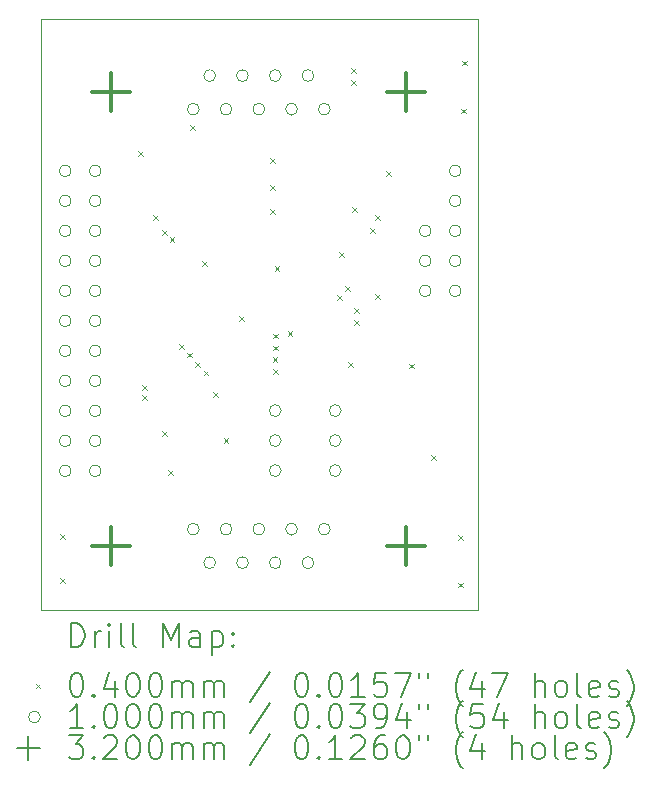
<source format=gbr>
%TF.GenerationSoftware,KiCad,Pcbnew,7.0.10-7.0.10~ubuntu23.10.1*%
%TF.CreationDate,2024-03-11T19:26:47+01:00*%
%TF.ProjectId,peripherialModule,70657269-7068-4657-9269-616c4d6f6475,rev?*%
%TF.SameCoordinates,Original*%
%TF.FileFunction,Drillmap*%
%TF.FilePolarity,Positive*%
%FSLAX45Y45*%
G04 Gerber Fmt 4.5, Leading zero omitted, Abs format (unit mm)*
G04 Created by KiCad (PCBNEW 7.0.10-7.0.10~ubuntu23.10.1) date 2024-03-11 19:26:47*
%MOMM*%
%LPD*%
G01*
G04 APERTURE LIST*
%ADD10C,0.100000*%
%ADD11C,0.200000*%
%ADD12C,0.320000*%
G04 APERTURE END LIST*
D10*
X19860300Y-5715000D02*
X23558500Y-5715000D01*
X23558500Y-10715000D01*
X19860300Y-10715000D01*
X19860300Y-5715000D01*
D11*
D10*
X20020600Y-10073960D02*
X20060600Y-10113960D01*
X20060600Y-10073960D02*
X20020600Y-10113960D01*
X20020600Y-10444800D02*
X20060600Y-10484800D01*
X20060600Y-10444800D02*
X20020600Y-10484800D01*
X20681000Y-6832920D02*
X20721000Y-6872920D01*
X20721000Y-6832920D02*
X20681000Y-6872920D01*
X20716560Y-8814120D02*
X20756560Y-8854120D01*
X20756560Y-8814120D02*
X20716560Y-8854120D01*
X20716560Y-8900480D02*
X20756560Y-8940480D01*
X20756560Y-8900480D02*
X20716560Y-8940480D01*
X20813080Y-7376480D02*
X20853080Y-7416480D01*
X20853080Y-7376480D02*
X20813080Y-7416480D01*
X20884200Y-9200200D02*
X20924200Y-9240200D01*
X20924200Y-9200200D02*
X20884200Y-9240200D01*
X20889280Y-7503480D02*
X20929280Y-7543480D01*
X20929280Y-7503480D02*
X20889280Y-7543480D01*
X20935000Y-9530400D02*
X20975000Y-9570400D01*
X20975000Y-9530400D02*
X20935000Y-9570400D01*
X20949384Y-7563584D02*
X20989384Y-7603584D01*
X20989384Y-7563584D02*
X20949384Y-7603584D01*
X21029131Y-8468831D02*
X21069131Y-8508831D01*
X21069131Y-8468831D02*
X21029131Y-8508831D01*
X21099842Y-8539542D02*
X21139842Y-8579542D01*
X21139842Y-8539542D02*
X21099842Y-8579542D01*
X21121690Y-6610800D02*
X21161690Y-6650800D01*
X21161690Y-6610800D02*
X21121690Y-6650800D01*
X21169008Y-8619783D02*
X21209008Y-8659783D01*
X21209008Y-8619783D02*
X21169008Y-8659783D01*
X21227100Y-7765100D02*
X21267100Y-7805100D01*
X21267100Y-7765100D02*
X21227100Y-7805100D01*
X21238418Y-8691766D02*
X21278418Y-8731766D01*
X21278418Y-8691766D02*
X21238418Y-8731766D01*
X21316000Y-8870000D02*
X21356000Y-8910000D01*
X21356000Y-8870000D02*
X21316000Y-8910000D01*
X21407440Y-9261160D02*
X21447440Y-9301160D01*
X21447440Y-9261160D02*
X21407440Y-9301160D01*
X21537500Y-8229400D02*
X21577500Y-8269400D01*
X21577500Y-8229400D02*
X21537500Y-8269400D01*
X21798600Y-6888800D02*
X21838600Y-6928800D01*
X21838600Y-6888800D02*
X21798600Y-6928800D01*
X21798600Y-7117400D02*
X21838600Y-7157400D01*
X21838600Y-7117400D02*
X21798600Y-7157400D01*
X21798600Y-7320600D02*
X21838600Y-7360600D01*
X21838600Y-7320600D02*
X21798600Y-7360600D01*
X21823585Y-8578521D02*
X21863585Y-8618521D01*
X21863585Y-8578521D02*
X21823585Y-8618521D01*
X21823740Y-8378613D02*
X21863740Y-8418613D01*
X21863740Y-8378613D02*
X21823740Y-8418613D01*
X21824055Y-8678520D02*
X21864055Y-8718520D01*
X21864055Y-8678520D02*
X21824055Y-8718520D01*
X21827834Y-8478530D02*
X21867834Y-8518530D01*
X21867834Y-8478530D02*
X21827834Y-8518530D01*
X21839240Y-7808280D02*
X21879240Y-7848280D01*
X21879240Y-7808280D02*
X21839240Y-7848280D01*
X21948400Y-8359400D02*
X21988400Y-8399400D01*
X21988400Y-8359400D02*
X21948400Y-8399400D01*
X22368868Y-8049400D02*
X22408868Y-8089400D01*
X22408868Y-8049400D02*
X22368868Y-8089400D01*
X22382800Y-7686360D02*
X22422800Y-7726360D01*
X22422800Y-7686360D02*
X22382800Y-7726360D01*
X22438680Y-7976900D02*
X22478680Y-8016900D01*
X22478680Y-7976900D02*
X22438680Y-8016900D01*
X22459000Y-8616000D02*
X22499000Y-8656000D01*
X22499000Y-8616000D02*
X22459000Y-8656000D01*
X22484400Y-6126800D02*
X22524400Y-6166800D01*
X22524400Y-6126800D02*
X22484400Y-6166800D01*
X22484400Y-6228400D02*
X22524400Y-6268400D01*
X22524400Y-6228400D02*
X22484400Y-6268400D01*
X22493290Y-7309300D02*
X22533290Y-7349300D01*
X22533290Y-7309300D02*
X22493290Y-7349300D01*
X22509800Y-8158800D02*
X22549800Y-8198800D01*
X22549800Y-8158800D02*
X22509800Y-8198800D01*
X22509800Y-8260400D02*
X22549800Y-8300400D01*
X22549800Y-8260400D02*
X22509800Y-8300400D01*
X22645690Y-7487100D02*
X22685690Y-7527100D01*
X22685690Y-7487100D02*
X22645690Y-7527100D01*
X22687600Y-7371400D02*
X22727600Y-7411400D01*
X22727600Y-7371400D02*
X22687600Y-7411400D01*
X22687600Y-8044500D02*
X22727600Y-8084500D01*
X22727600Y-8044500D02*
X22687600Y-8084500D01*
X22785390Y-7004500D02*
X22825390Y-7044500D01*
X22825390Y-7004500D02*
X22785390Y-7044500D01*
X22977160Y-8631240D02*
X23017160Y-8671240D01*
X23017160Y-8631240D02*
X22977160Y-8671240D01*
X23165120Y-9403400D02*
X23205120Y-9443400D01*
X23205120Y-9403400D02*
X23165120Y-9443400D01*
X23393720Y-10084120D02*
X23433720Y-10124120D01*
X23433720Y-10084120D02*
X23393720Y-10124120D01*
X23393720Y-10485440D02*
X23433720Y-10525440D01*
X23433720Y-10485440D02*
X23393720Y-10525440D01*
X23419120Y-6472240D02*
X23459120Y-6512240D01*
X23459120Y-6472240D02*
X23419120Y-6512240D01*
X23424200Y-6065840D02*
X23464200Y-6105840D01*
X23464200Y-6065840D02*
X23424200Y-6105840D01*
X20116000Y-7000000D02*
G75*
G03*
X20016000Y-7000000I-50000J0D01*
G01*
X20016000Y-7000000D02*
G75*
G03*
X20116000Y-7000000I50000J0D01*
G01*
X20116000Y-7254000D02*
G75*
G03*
X20016000Y-7254000I-50000J0D01*
G01*
X20016000Y-7254000D02*
G75*
G03*
X20116000Y-7254000I50000J0D01*
G01*
X20116000Y-7508000D02*
G75*
G03*
X20016000Y-7508000I-50000J0D01*
G01*
X20016000Y-7508000D02*
G75*
G03*
X20116000Y-7508000I50000J0D01*
G01*
X20116000Y-7762000D02*
G75*
G03*
X20016000Y-7762000I-50000J0D01*
G01*
X20016000Y-7762000D02*
G75*
G03*
X20116000Y-7762000I50000J0D01*
G01*
X20116000Y-8016000D02*
G75*
G03*
X20016000Y-8016000I-50000J0D01*
G01*
X20016000Y-8016000D02*
G75*
G03*
X20116000Y-8016000I50000J0D01*
G01*
X20116000Y-8270000D02*
G75*
G03*
X20016000Y-8270000I-50000J0D01*
G01*
X20016000Y-8270000D02*
G75*
G03*
X20116000Y-8270000I50000J0D01*
G01*
X20116000Y-8524000D02*
G75*
G03*
X20016000Y-8524000I-50000J0D01*
G01*
X20016000Y-8524000D02*
G75*
G03*
X20116000Y-8524000I50000J0D01*
G01*
X20116000Y-8778000D02*
G75*
G03*
X20016000Y-8778000I-50000J0D01*
G01*
X20016000Y-8778000D02*
G75*
G03*
X20116000Y-8778000I50000J0D01*
G01*
X20116000Y-9032000D02*
G75*
G03*
X20016000Y-9032000I-50000J0D01*
G01*
X20016000Y-9032000D02*
G75*
G03*
X20116000Y-9032000I50000J0D01*
G01*
X20116000Y-9286000D02*
G75*
G03*
X20016000Y-9286000I-50000J0D01*
G01*
X20016000Y-9286000D02*
G75*
G03*
X20116000Y-9286000I50000J0D01*
G01*
X20116000Y-9540000D02*
G75*
G03*
X20016000Y-9540000I-50000J0D01*
G01*
X20016000Y-9540000D02*
G75*
G03*
X20116000Y-9540000I50000J0D01*
G01*
X20370000Y-7000000D02*
G75*
G03*
X20270000Y-7000000I-50000J0D01*
G01*
X20270000Y-7000000D02*
G75*
G03*
X20370000Y-7000000I50000J0D01*
G01*
X20370000Y-7254000D02*
G75*
G03*
X20270000Y-7254000I-50000J0D01*
G01*
X20270000Y-7254000D02*
G75*
G03*
X20370000Y-7254000I50000J0D01*
G01*
X20370000Y-7508000D02*
G75*
G03*
X20270000Y-7508000I-50000J0D01*
G01*
X20270000Y-7508000D02*
G75*
G03*
X20370000Y-7508000I50000J0D01*
G01*
X20370000Y-7762000D02*
G75*
G03*
X20270000Y-7762000I-50000J0D01*
G01*
X20270000Y-7762000D02*
G75*
G03*
X20370000Y-7762000I50000J0D01*
G01*
X20370000Y-8016000D02*
G75*
G03*
X20270000Y-8016000I-50000J0D01*
G01*
X20270000Y-8016000D02*
G75*
G03*
X20370000Y-8016000I50000J0D01*
G01*
X20370000Y-8270000D02*
G75*
G03*
X20270000Y-8270000I-50000J0D01*
G01*
X20270000Y-8270000D02*
G75*
G03*
X20370000Y-8270000I50000J0D01*
G01*
X20370000Y-8524000D02*
G75*
G03*
X20270000Y-8524000I-50000J0D01*
G01*
X20270000Y-8524000D02*
G75*
G03*
X20370000Y-8524000I50000J0D01*
G01*
X20370000Y-8778000D02*
G75*
G03*
X20270000Y-8778000I-50000J0D01*
G01*
X20270000Y-8778000D02*
G75*
G03*
X20370000Y-8778000I50000J0D01*
G01*
X20370000Y-9032000D02*
G75*
G03*
X20270000Y-9032000I-50000J0D01*
G01*
X20270000Y-9032000D02*
G75*
G03*
X20370000Y-9032000I50000J0D01*
G01*
X20370000Y-9286000D02*
G75*
G03*
X20270000Y-9286000I-50000J0D01*
G01*
X20270000Y-9286000D02*
G75*
G03*
X20370000Y-9286000I50000J0D01*
G01*
X20370000Y-9540000D02*
G75*
G03*
X20270000Y-9540000I-50000J0D01*
G01*
X20270000Y-9540000D02*
G75*
G03*
X20370000Y-9540000I50000J0D01*
G01*
X21200900Y-6477000D02*
G75*
G03*
X21100900Y-6477000I-50000J0D01*
G01*
X21100900Y-6477000D02*
G75*
G03*
X21200900Y-6477000I50000J0D01*
G01*
X21200900Y-10033000D02*
G75*
G03*
X21100900Y-10033000I-50000J0D01*
G01*
X21100900Y-10033000D02*
G75*
G03*
X21200900Y-10033000I50000J0D01*
G01*
X21339500Y-6193000D02*
G75*
G03*
X21239500Y-6193000I-50000J0D01*
G01*
X21239500Y-6193000D02*
G75*
G03*
X21339500Y-6193000I50000J0D01*
G01*
X21339500Y-10317000D02*
G75*
G03*
X21239500Y-10317000I-50000J0D01*
G01*
X21239500Y-10317000D02*
G75*
G03*
X21339500Y-10317000I50000J0D01*
G01*
X21478100Y-6477000D02*
G75*
G03*
X21378100Y-6477000I-50000J0D01*
G01*
X21378100Y-6477000D02*
G75*
G03*
X21478100Y-6477000I50000J0D01*
G01*
X21478200Y-10033000D02*
G75*
G03*
X21378200Y-10033000I-50000J0D01*
G01*
X21378200Y-10033000D02*
G75*
G03*
X21478200Y-10033000I50000J0D01*
G01*
X21616800Y-6193000D02*
G75*
G03*
X21516800Y-6193000I-50000J0D01*
G01*
X21516800Y-6193000D02*
G75*
G03*
X21616800Y-6193000I50000J0D01*
G01*
X21616800Y-10317000D02*
G75*
G03*
X21516800Y-10317000I-50000J0D01*
G01*
X21516800Y-10317000D02*
G75*
G03*
X21616800Y-10317000I50000J0D01*
G01*
X21755400Y-6477000D02*
G75*
G03*
X21655400Y-6477000I-50000J0D01*
G01*
X21655400Y-6477000D02*
G75*
G03*
X21755400Y-6477000I50000J0D01*
G01*
X21755400Y-10033000D02*
G75*
G03*
X21655400Y-10033000I-50000J0D01*
G01*
X21655400Y-10033000D02*
G75*
G03*
X21755400Y-10033000I50000J0D01*
G01*
X21894000Y-6193000D02*
G75*
G03*
X21794000Y-6193000I-50000J0D01*
G01*
X21794000Y-6193000D02*
G75*
G03*
X21894000Y-6193000I50000J0D01*
G01*
X21894000Y-9029700D02*
G75*
G03*
X21794000Y-9029700I-50000J0D01*
G01*
X21794000Y-9029700D02*
G75*
G03*
X21894000Y-9029700I50000J0D01*
G01*
X21894000Y-9283700D02*
G75*
G03*
X21794000Y-9283700I-50000J0D01*
G01*
X21794000Y-9283700D02*
G75*
G03*
X21894000Y-9283700I50000J0D01*
G01*
X21894000Y-9537700D02*
G75*
G03*
X21794000Y-9537700I-50000J0D01*
G01*
X21794000Y-9537700D02*
G75*
G03*
X21894000Y-9537700I50000J0D01*
G01*
X21894000Y-10317000D02*
G75*
G03*
X21794000Y-10317000I-50000J0D01*
G01*
X21794000Y-10317000D02*
G75*
G03*
X21894000Y-10317000I50000J0D01*
G01*
X22032600Y-6477000D02*
G75*
G03*
X21932600Y-6477000I-50000J0D01*
G01*
X21932600Y-6477000D02*
G75*
G03*
X22032600Y-6477000I50000J0D01*
G01*
X22032700Y-10033000D02*
G75*
G03*
X21932700Y-10033000I-50000J0D01*
G01*
X21932700Y-10033000D02*
G75*
G03*
X22032700Y-10033000I50000J0D01*
G01*
X22171300Y-6193000D02*
G75*
G03*
X22071300Y-6193000I-50000J0D01*
G01*
X22071300Y-6193000D02*
G75*
G03*
X22171300Y-6193000I50000J0D01*
G01*
X22171300Y-10317000D02*
G75*
G03*
X22071300Y-10317000I-50000J0D01*
G01*
X22071300Y-10317000D02*
G75*
G03*
X22171300Y-10317000I50000J0D01*
G01*
X22309900Y-6477000D02*
G75*
G03*
X22209900Y-6477000I-50000J0D01*
G01*
X22209900Y-6477000D02*
G75*
G03*
X22309900Y-6477000I50000J0D01*
G01*
X22309900Y-10033000D02*
G75*
G03*
X22209900Y-10033000I-50000J0D01*
G01*
X22209900Y-10033000D02*
G75*
G03*
X22309900Y-10033000I50000J0D01*
G01*
X22402000Y-9029700D02*
G75*
G03*
X22302000Y-9029700I-50000J0D01*
G01*
X22302000Y-9029700D02*
G75*
G03*
X22402000Y-9029700I50000J0D01*
G01*
X22402000Y-9283700D02*
G75*
G03*
X22302000Y-9283700I-50000J0D01*
G01*
X22302000Y-9283700D02*
G75*
G03*
X22402000Y-9283700I50000J0D01*
G01*
X22402000Y-9537700D02*
G75*
G03*
X22302000Y-9537700I-50000J0D01*
G01*
X22302000Y-9537700D02*
G75*
G03*
X22402000Y-9537700I50000J0D01*
G01*
X23164000Y-7508000D02*
G75*
G03*
X23064000Y-7508000I-50000J0D01*
G01*
X23064000Y-7508000D02*
G75*
G03*
X23164000Y-7508000I50000J0D01*
G01*
X23164000Y-7762000D02*
G75*
G03*
X23064000Y-7762000I-50000J0D01*
G01*
X23064000Y-7762000D02*
G75*
G03*
X23164000Y-7762000I50000J0D01*
G01*
X23164000Y-8016000D02*
G75*
G03*
X23064000Y-8016000I-50000J0D01*
G01*
X23064000Y-8016000D02*
G75*
G03*
X23164000Y-8016000I50000J0D01*
G01*
X23418000Y-7000000D02*
G75*
G03*
X23318000Y-7000000I-50000J0D01*
G01*
X23318000Y-7000000D02*
G75*
G03*
X23418000Y-7000000I50000J0D01*
G01*
X23418000Y-7254000D02*
G75*
G03*
X23318000Y-7254000I-50000J0D01*
G01*
X23318000Y-7254000D02*
G75*
G03*
X23418000Y-7254000I50000J0D01*
G01*
X23418000Y-7508000D02*
G75*
G03*
X23318000Y-7508000I-50000J0D01*
G01*
X23318000Y-7508000D02*
G75*
G03*
X23418000Y-7508000I50000J0D01*
G01*
X23418000Y-7762000D02*
G75*
G03*
X23318000Y-7762000I-50000J0D01*
G01*
X23318000Y-7762000D02*
G75*
G03*
X23418000Y-7762000I50000J0D01*
G01*
X23418000Y-8016000D02*
G75*
G03*
X23318000Y-8016000I-50000J0D01*
G01*
X23318000Y-8016000D02*
G75*
G03*
X23418000Y-8016000I50000J0D01*
G01*
D12*
X20455900Y-6175000D02*
X20455900Y-6495000D01*
X20295900Y-6335000D02*
X20615900Y-6335000D01*
X20455900Y-10015000D02*
X20455900Y-10335000D01*
X20295900Y-10175000D02*
X20615900Y-10175000D01*
X22954900Y-6175000D02*
X22954900Y-6495000D01*
X22794900Y-6335000D02*
X23114900Y-6335000D01*
X22954900Y-10015000D02*
X22954900Y-10335000D01*
X22794900Y-10175000D02*
X23114900Y-10175000D01*
D11*
X20116077Y-11031484D02*
X20116077Y-10831484D01*
X20116077Y-10831484D02*
X20163696Y-10831484D01*
X20163696Y-10831484D02*
X20192267Y-10841008D01*
X20192267Y-10841008D02*
X20211315Y-10860055D01*
X20211315Y-10860055D02*
X20220839Y-10879103D01*
X20220839Y-10879103D02*
X20230363Y-10917198D01*
X20230363Y-10917198D02*
X20230363Y-10945770D01*
X20230363Y-10945770D02*
X20220839Y-10983865D01*
X20220839Y-10983865D02*
X20211315Y-11002912D01*
X20211315Y-11002912D02*
X20192267Y-11021960D01*
X20192267Y-11021960D02*
X20163696Y-11031484D01*
X20163696Y-11031484D02*
X20116077Y-11031484D01*
X20316077Y-11031484D02*
X20316077Y-10898150D01*
X20316077Y-10936246D02*
X20325601Y-10917198D01*
X20325601Y-10917198D02*
X20335124Y-10907674D01*
X20335124Y-10907674D02*
X20354172Y-10898150D01*
X20354172Y-10898150D02*
X20373220Y-10898150D01*
X20439886Y-11031484D02*
X20439886Y-10898150D01*
X20439886Y-10831484D02*
X20430363Y-10841008D01*
X20430363Y-10841008D02*
X20439886Y-10850531D01*
X20439886Y-10850531D02*
X20449410Y-10841008D01*
X20449410Y-10841008D02*
X20439886Y-10831484D01*
X20439886Y-10831484D02*
X20439886Y-10850531D01*
X20563696Y-11031484D02*
X20544648Y-11021960D01*
X20544648Y-11021960D02*
X20535124Y-11002912D01*
X20535124Y-11002912D02*
X20535124Y-10831484D01*
X20668458Y-11031484D02*
X20649410Y-11021960D01*
X20649410Y-11021960D02*
X20639886Y-11002912D01*
X20639886Y-11002912D02*
X20639886Y-10831484D01*
X20897029Y-11031484D02*
X20897029Y-10831484D01*
X20897029Y-10831484D02*
X20963696Y-10974341D01*
X20963696Y-10974341D02*
X21030363Y-10831484D01*
X21030363Y-10831484D02*
X21030363Y-11031484D01*
X21211315Y-11031484D02*
X21211315Y-10926722D01*
X21211315Y-10926722D02*
X21201791Y-10907674D01*
X21201791Y-10907674D02*
X21182744Y-10898150D01*
X21182744Y-10898150D02*
X21144648Y-10898150D01*
X21144648Y-10898150D02*
X21125601Y-10907674D01*
X21211315Y-11021960D02*
X21192267Y-11031484D01*
X21192267Y-11031484D02*
X21144648Y-11031484D01*
X21144648Y-11031484D02*
X21125601Y-11021960D01*
X21125601Y-11021960D02*
X21116077Y-11002912D01*
X21116077Y-11002912D02*
X21116077Y-10983865D01*
X21116077Y-10983865D02*
X21125601Y-10964817D01*
X21125601Y-10964817D02*
X21144648Y-10955293D01*
X21144648Y-10955293D02*
X21192267Y-10955293D01*
X21192267Y-10955293D02*
X21211315Y-10945770D01*
X21306553Y-10898150D02*
X21306553Y-11098150D01*
X21306553Y-10907674D02*
X21325601Y-10898150D01*
X21325601Y-10898150D02*
X21363696Y-10898150D01*
X21363696Y-10898150D02*
X21382744Y-10907674D01*
X21382744Y-10907674D02*
X21392267Y-10917198D01*
X21392267Y-10917198D02*
X21401791Y-10936246D01*
X21401791Y-10936246D02*
X21401791Y-10993389D01*
X21401791Y-10993389D02*
X21392267Y-11012436D01*
X21392267Y-11012436D02*
X21382744Y-11021960D01*
X21382744Y-11021960D02*
X21363696Y-11031484D01*
X21363696Y-11031484D02*
X21325601Y-11031484D01*
X21325601Y-11031484D02*
X21306553Y-11021960D01*
X21487505Y-11012436D02*
X21497029Y-11021960D01*
X21497029Y-11021960D02*
X21487505Y-11031484D01*
X21487505Y-11031484D02*
X21477982Y-11021960D01*
X21477982Y-11021960D02*
X21487505Y-11012436D01*
X21487505Y-11012436D02*
X21487505Y-11031484D01*
X21487505Y-10907674D02*
X21497029Y-10917198D01*
X21497029Y-10917198D02*
X21487505Y-10926722D01*
X21487505Y-10926722D02*
X21477982Y-10917198D01*
X21477982Y-10917198D02*
X21487505Y-10907674D01*
X21487505Y-10907674D02*
X21487505Y-10926722D01*
D10*
X19815300Y-11340000D02*
X19855300Y-11380000D01*
X19855300Y-11340000D02*
X19815300Y-11380000D01*
D11*
X20154172Y-11251484D02*
X20173220Y-11251484D01*
X20173220Y-11251484D02*
X20192267Y-11261008D01*
X20192267Y-11261008D02*
X20201791Y-11270531D01*
X20201791Y-11270531D02*
X20211315Y-11289579D01*
X20211315Y-11289579D02*
X20220839Y-11327674D01*
X20220839Y-11327674D02*
X20220839Y-11375293D01*
X20220839Y-11375293D02*
X20211315Y-11413388D01*
X20211315Y-11413388D02*
X20201791Y-11432436D01*
X20201791Y-11432436D02*
X20192267Y-11441960D01*
X20192267Y-11441960D02*
X20173220Y-11451484D01*
X20173220Y-11451484D02*
X20154172Y-11451484D01*
X20154172Y-11451484D02*
X20135124Y-11441960D01*
X20135124Y-11441960D02*
X20125601Y-11432436D01*
X20125601Y-11432436D02*
X20116077Y-11413388D01*
X20116077Y-11413388D02*
X20106553Y-11375293D01*
X20106553Y-11375293D02*
X20106553Y-11327674D01*
X20106553Y-11327674D02*
X20116077Y-11289579D01*
X20116077Y-11289579D02*
X20125601Y-11270531D01*
X20125601Y-11270531D02*
X20135124Y-11261008D01*
X20135124Y-11261008D02*
X20154172Y-11251484D01*
X20306553Y-11432436D02*
X20316077Y-11441960D01*
X20316077Y-11441960D02*
X20306553Y-11451484D01*
X20306553Y-11451484D02*
X20297029Y-11441960D01*
X20297029Y-11441960D02*
X20306553Y-11432436D01*
X20306553Y-11432436D02*
X20306553Y-11451484D01*
X20487505Y-11318150D02*
X20487505Y-11451484D01*
X20439886Y-11241960D02*
X20392267Y-11384817D01*
X20392267Y-11384817D02*
X20516077Y-11384817D01*
X20630363Y-11251484D02*
X20649410Y-11251484D01*
X20649410Y-11251484D02*
X20668458Y-11261008D01*
X20668458Y-11261008D02*
X20677982Y-11270531D01*
X20677982Y-11270531D02*
X20687505Y-11289579D01*
X20687505Y-11289579D02*
X20697029Y-11327674D01*
X20697029Y-11327674D02*
X20697029Y-11375293D01*
X20697029Y-11375293D02*
X20687505Y-11413388D01*
X20687505Y-11413388D02*
X20677982Y-11432436D01*
X20677982Y-11432436D02*
X20668458Y-11441960D01*
X20668458Y-11441960D02*
X20649410Y-11451484D01*
X20649410Y-11451484D02*
X20630363Y-11451484D01*
X20630363Y-11451484D02*
X20611315Y-11441960D01*
X20611315Y-11441960D02*
X20601791Y-11432436D01*
X20601791Y-11432436D02*
X20592267Y-11413388D01*
X20592267Y-11413388D02*
X20582744Y-11375293D01*
X20582744Y-11375293D02*
X20582744Y-11327674D01*
X20582744Y-11327674D02*
X20592267Y-11289579D01*
X20592267Y-11289579D02*
X20601791Y-11270531D01*
X20601791Y-11270531D02*
X20611315Y-11261008D01*
X20611315Y-11261008D02*
X20630363Y-11251484D01*
X20820839Y-11251484D02*
X20839886Y-11251484D01*
X20839886Y-11251484D02*
X20858934Y-11261008D01*
X20858934Y-11261008D02*
X20868458Y-11270531D01*
X20868458Y-11270531D02*
X20877982Y-11289579D01*
X20877982Y-11289579D02*
X20887505Y-11327674D01*
X20887505Y-11327674D02*
X20887505Y-11375293D01*
X20887505Y-11375293D02*
X20877982Y-11413388D01*
X20877982Y-11413388D02*
X20868458Y-11432436D01*
X20868458Y-11432436D02*
X20858934Y-11441960D01*
X20858934Y-11441960D02*
X20839886Y-11451484D01*
X20839886Y-11451484D02*
X20820839Y-11451484D01*
X20820839Y-11451484D02*
X20801791Y-11441960D01*
X20801791Y-11441960D02*
X20792267Y-11432436D01*
X20792267Y-11432436D02*
X20782744Y-11413388D01*
X20782744Y-11413388D02*
X20773220Y-11375293D01*
X20773220Y-11375293D02*
X20773220Y-11327674D01*
X20773220Y-11327674D02*
X20782744Y-11289579D01*
X20782744Y-11289579D02*
X20792267Y-11270531D01*
X20792267Y-11270531D02*
X20801791Y-11261008D01*
X20801791Y-11261008D02*
X20820839Y-11251484D01*
X20973220Y-11451484D02*
X20973220Y-11318150D01*
X20973220Y-11337198D02*
X20982744Y-11327674D01*
X20982744Y-11327674D02*
X21001791Y-11318150D01*
X21001791Y-11318150D02*
X21030363Y-11318150D01*
X21030363Y-11318150D02*
X21049410Y-11327674D01*
X21049410Y-11327674D02*
X21058934Y-11346722D01*
X21058934Y-11346722D02*
X21058934Y-11451484D01*
X21058934Y-11346722D02*
X21068458Y-11327674D01*
X21068458Y-11327674D02*
X21087505Y-11318150D01*
X21087505Y-11318150D02*
X21116077Y-11318150D01*
X21116077Y-11318150D02*
X21135125Y-11327674D01*
X21135125Y-11327674D02*
X21144648Y-11346722D01*
X21144648Y-11346722D02*
X21144648Y-11451484D01*
X21239886Y-11451484D02*
X21239886Y-11318150D01*
X21239886Y-11337198D02*
X21249410Y-11327674D01*
X21249410Y-11327674D02*
X21268458Y-11318150D01*
X21268458Y-11318150D02*
X21297029Y-11318150D01*
X21297029Y-11318150D02*
X21316077Y-11327674D01*
X21316077Y-11327674D02*
X21325601Y-11346722D01*
X21325601Y-11346722D02*
X21325601Y-11451484D01*
X21325601Y-11346722D02*
X21335125Y-11327674D01*
X21335125Y-11327674D02*
X21354172Y-11318150D01*
X21354172Y-11318150D02*
X21382744Y-11318150D01*
X21382744Y-11318150D02*
X21401791Y-11327674D01*
X21401791Y-11327674D02*
X21411315Y-11346722D01*
X21411315Y-11346722D02*
X21411315Y-11451484D01*
X21801791Y-11241960D02*
X21630363Y-11499103D01*
X22058934Y-11251484D02*
X22077982Y-11251484D01*
X22077982Y-11251484D02*
X22097029Y-11261008D01*
X22097029Y-11261008D02*
X22106553Y-11270531D01*
X22106553Y-11270531D02*
X22116077Y-11289579D01*
X22116077Y-11289579D02*
X22125601Y-11327674D01*
X22125601Y-11327674D02*
X22125601Y-11375293D01*
X22125601Y-11375293D02*
X22116077Y-11413388D01*
X22116077Y-11413388D02*
X22106553Y-11432436D01*
X22106553Y-11432436D02*
X22097029Y-11441960D01*
X22097029Y-11441960D02*
X22077982Y-11451484D01*
X22077982Y-11451484D02*
X22058934Y-11451484D01*
X22058934Y-11451484D02*
X22039887Y-11441960D01*
X22039887Y-11441960D02*
X22030363Y-11432436D01*
X22030363Y-11432436D02*
X22020839Y-11413388D01*
X22020839Y-11413388D02*
X22011315Y-11375293D01*
X22011315Y-11375293D02*
X22011315Y-11327674D01*
X22011315Y-11327674D02*
X22020839Y-11289579D01*
X22020839Y-11289579D02*
X22030363Y-11270531D01*
X22030363Y-11270531D02*
X22039887Y-11261008D01*
X22039887Y-11261008D02*
X22058934Y-11251484D01*
X22211315Y-11432436D02*
X22220839Y-11441960D01*
X22220839Y-11441960D02*
X22211315Y-11451484D01*
X22211315Y-11451484D02*
X22201791Y-11441960D01*
X22201791Y-11441960D02*
X22211315Y-11432436D01*
X22211315Y-11432436D02*
X22211315Y-11451484D01*
X22344648Y-11251484D02*
X22363696Y-11251484D01*
X22363696Y-11251484D02*
X22382744Y-11261008D01*
X22382744Y-11261008D02*
X22392267Y-11270531D01*
X22392267Y-11270531D02*
X22401791Y-11289579D01*
X22401791Y-11289579D02*
X22411315Y-11327674D01*
X22411315Y-11327674D02*
X22411315Y-11375293D01*
X22411315Y-11375293D02*
X22401791Y-11413388D01*
X22401791Y-11413388D02*
X22392267Y-11432436D01*
X22392267Y-11432436D02*
X22382744Y-11441960D01*
X22382744Y-11441960D02*
X22363696Y-11451484D01*
X22363696Y-11451484D02*
X22344648Y-11451484D01*
X22344648Y-11451484D02*
X22325601Y-11441960D01*
X22325601Y-11441960D02*
X22316077Y-11432436D01*
X22316077Y-11432436D02*
X22306553Y-11413388D01*
X22306553Y-11413388D02*
X22297029Y-11375293D01*
X22297029Y-11375293D02*
X22297029Y-11327674D01*
X22297029Y-11327674D02*
X22306553Y-11289579D01*
X22306553Y-11289579D02*
X22316077Y-11270531D01*
X22316077Y-11270531D02*
X22325601Y-11261008D01*
X22325601Y-11261008D02*
X22344648Y-11251484D01*
X22601791Y-11451484D02*
X22487506Y-11451484D01*
X22544648Y-11451484D02*
X22544648Y-11251484D01*
X22544648Y-11251484D02*
X22525601Y-11280055D01*
X22525601Y-11280055D02*
X22506553Y-11299103D01*
X22506553Y-11299103D02*
X22487506Y-11308627D01*
X22782744Y-11251484D02*
X22687506Y-11251484D01*
X22687506Y-11251484D02*
X22677982Y-11346722D01*
X22677982Y-11346722D02*
X22687506Y-11337198D01*
X22687506Y-11337198D02*
X22706553Y-11327674D01*
X22706553Y-11327674D02*
X22754172Y-11327674D01*
X22754172Y-11327674D02*
X22773220Y-11337198D01*
X22773220Y-11337198D02*
X22782744Y-11346722D01*
X22782744Y-11346722D02*
X22792267Y-11365769D01*
X22792267Y-11365769D02*
X22792267Y-11413388D01*
X22792267Y-11413388D02*
X22782744Y-11432436D01*
X22782744Y-11432436D02*
X22773220Y-11441960D01*
X22773220Y-11441960D02*
X22754172Y-11451484D01*
X22754172Y-11451484D02*
X22706553Y-11451484D01*
X22706553Y-11451484D02*
X22687506Y-11441960D01*
X22687506Y-11441960D02*
X22677982Y-11432436D01*
X22858934Y-11251484D02*
X22992267Y-11251484D01*
X22992267Y-11251484D02*
X22906553Y-11451484D01*
X23058934Y-11251484D02*
X23058934Y-11289579D01*
X23135125Y-11251484D02*
X23135125Y-11289579D01*
X23430363Y-11527674D02*
X23420839Y-11518150D01*
X23420839Y-11518150D02*
X23401791Y-11489579D01*
X23401791Y-11489579D02*
X23392268Y-11470531D01*
X23392268Y-11470531D02*
X23382744Y-11441960D01*
X23382744Y-11441960D02*
X23373220Y-11394341D01*
X23373220Y-11394341D02*
X23373220Y-11356246D01*
X23373220Y-11356246D02*
X23382744Y-11308627D01*
X23382744Y-11308627D02*
X23392268Y-11280055D01*
X23392268Y-11280055D02*
X23401791Y-11261008D01*
X23401791Y-11261008D02*
X23420839Y-11232436D01*
X23420839Y-11232436D02*
X23430363Y-11222912D01*
X23592268Y-11318150D02*
X23592268Y-11451484D01*
X23544648Y-11241960D02*
X23497029Y-11384817D01*
X23497029Y-11384817D02*
X23620839Y-11384817D01*
X23677982Y-11251484D02*
X23811315Y-11251484D01*
X23811315Y-11251484D02*
X23725601Y-11451484D01*
X24039887Y-11451484D02*
X24039887Y-11251484D01*
X24125601Y-11451484D02*
X24125601Y-11346722D01*
X24125601Y-11346722D02*
X24116077Y-11327674D01*
X24116077Y-11327674D02*
X24097030Y-11318150D01*
X24097030Y-11318150D02*
X24068458Y-11318150D01*
X24068458Y-11318150D02*
X24049410Y-11327674D01*
X24049410Y-11327674D02*
X24039887Y-11337198D01*
X24249410Y-11451484D02*
X24230363Y-11441960D01*
X24230363Y-11441960D02*
X24220839Y-11432436D01*
X24220839Y-11432436D02*
X24211315Y-11413388D01*
X24211315Y-11413388D02*
X24211315Y-11356246D01*
X24211315Y-11356246D02*
X24220839Y-11337198D01*
X24220839Y-11337198D02*
X24230363Y-11327674D01*
X24230363Y-11327674D02*
X24249410Y-11318150D01*
X24249410Y-11318150D02*
X24277982Y-11318150D01*
X24277982Y-11318150D02*
X24297030Y-11327674D01*
X24297030Y-11327674D02*
X24306553Y-11337198D01*
X24306553Y-11337198D02*
X24316077Y-11356246D01*
X24316077Y-11356246D02*
X24316077Y-11413388D01*
X24316077Y-11413388D02*
X24306553Y-11432436D01*
X24306553Y-11432436D02*
X24297030Y-11441960D01*
X24297030Y-11441960D02*
X24277982Y-11451484D01*
X24277982Y-11451484D02*
X24249410Y-11451484D01*
X24430363Y-11451484D02*
X24411315Y-11441960D01*
X24411315Y-11441960D02*
X24401791Y-11422912D01*
X24401791Y-11422912D02*
X24401791Y-11251484D01*
X24582744Y-11441960D02*
X24563696Y-11451484D01*
X24563696Y-11451484D02*
X24525601Y-11451484D01*
X24525601Y-11451484D02*
X24506553Y-11441960D01*
X24506553Y-11441960D02*
X24497030Y-11422912D01*
X24497030Y-11422912D02*
X24497030Y-11346722D01*
X24497030Y-11346722D02*
X24506553Y-11327674D01*
X24506553Y-11327674D02*
X24525601Y-11318150D01*
X24525601Y-11318150D02*
X24563696Y-11318150D01*
X24563696Y-11318150D02*
X24582744Y-11327674D01*
X24582744Y-11327674D02*
X24592268Y-11346722D01*
X24592268Y-11346722D02*
X24592268Y-11365769D01*
X24592268Y-11365769D02*
X24497030Y-11384817D01*
X24668458Y-11441960D02*
X24687506Y-11451484D01*
X24687506Y-11451484D02*
X24725601Y-11451484D01*
X24725601Y-11451484D02*
X24744649Y-11441960D01*
X24744649Y-11441960D02*
X24754172Y-11422912D01*
X24754172Y-11422912D02*
X24754172Y-11413388D01*
X24754172Y-11413388D02*
X24744649Y-11394341D01*
X24744649Y-11394341D02*
X24725601Y-11384817D01*
X24725601Y-11384817D02*
X24697030Y-11384817D01*
X24697030Y-11384817D02*
X24677982Y-11375293D01*
X24677982Y-11375293D02*
X24668458Y-11356246D01*
X24668458Y-11356246D02*
X24668458Y-11346722D01*
X24668458Y-11346722D02*
X24677982Y-11327674D01*
X24677982Y-11327674D02*
X24697030Y-11318150D01*
X24697030Y-11318150D02*
X24725601Y-11318150D01*
X24725601Y-11318150D02*
X24744649Y-11327674D01*
X24820839Y-11527674D02*
X24830363Y-11518150D01*
X24830363Y-11518150D02*
X24849411Y-11489579D01*
X24849411Y-11489579D02*
X24858934Y-11470531D01*
X24858934Y-11470531D02*
X24868458Y-11441960D01*
X24868458Y-11441960D02*
X24877982Y-11394341D01*
X24877982Y-11394341D02*
X24877982Y-11356246D01*
X24877982Y-11356246D02*
X24868458Y-11308627D01*
X24868458Y-11308627D02*
X24858934Y-11280055D01*
X24858934Y-11280055D02*
X24849411Y-11261008D01*
X24849411Y-11261008D02*
X24830363Y-11232436D01*
X24830363Y-11232436D02*
X24820839Y-11222912D01*
D10*
X19855300Y-11624000D02*
G75*
G03*
X19755300Y-11624000I-50000J0D01*
G01*
X19755300Y-11624000D02*
G75*
G03*
X19855300Y-11624000I50000J0D01*
G01*
D11*
X20220839Y-11715484D02*
X20106553Y-11715484D01*
X20163696Y-11715484D02*
X20163696Y-11515484D01*
X20163696Y-11515484D02*
X20144648Y-11544055D01*
X20144648Y-11544055D02*
X20125601Y-11563103D01*
X20125601Y-11563103D02*
X20106553Y-11572627D01*
X20306553Y-11696436D02*
X20316077Y-11705960D01*
X20316077Y-11705960D02*
X20306553Y-11715484D01*
X20306553Y-11715484D02*
X20297029Y-11705960D01*
X20297029Y-11705960D02*
X20306553Y-11696436D01*
X20306553Y-11696436D02*
X20306553Y-11715484D01*
X20439886Y-11515484D02*
X20458934Y-11515484D01*
X20458934Y-11515484D02*
X20477982Y-11525008D01*
X20477982Y-11525008D02*
X20487505Y-11534531D01*
X20487505Y-11534531D02*
X20497029Y-11553579D01*
X20497029Y-11553579D02*
X20506553Y-11591674D01*
X20506553Y-11591674D02*
X20506553Y-11639293D01*
X20506553Y-11639293D02*
X20497029Y-11677388D01*
X20497029Y-11677388D02*
X20487505Y-11696436D01*
X20487505Y-11696436D02*
X20477982Y-11705960D01*
X20477982Y-11705960D02*
X20458934Y-11715484D01*
X20458934Y-11715484D02*
X20439886Y-11715484D01*
X20439886Y-11715484D02*
X20420839Y-11705960D01*
X20420839Y-11705960D02*
X20411315Y-11696436D01*
X20411315Y-11696436D02*
X20401791Y-11677388D01*
X20401791Y-11677388D02*
X20392267Y-11639293D01*
X20392267Y-11639293D02*
X20392267Y-11591674D01*
X20392267Y-11591674D02*
X20401791Y-11553579D01*
X20401791Y-11553579D02*
X20411315Y-11534531D01*
X20411315Y-11534531D02*
X20420839Y-11525008D01*
X20420839Y-11525008D02*
X20439886Y-11515484D01*
X20630363Y-11515484D02*
X20649410Y-11515484D01*
X20649410Y-11515484D02*
X20668458Y-11525008D01*
X20668458Y-11525008D02*
X20677982Y-11534531D01*
X20677982Y-11534531D02*
X20687505Y-11553579D01*
X20687505Y-11553579D02*
X20697029Y-11591674D01*
X20697029Y-11591674D02*
X20697029Y-11639293D01*
X20697029Y-11639293D02*
X20687505Y-11677388D01*
X20687505Y-11677388D02*
X20677982Y-11696436D01*
X20677982Y-11696436D02*
X20668458Y-11705960D01*
X20668458Y-11705960D02*
X20649410Y-11715484D01*
X20649410Y-11715484D02*
X20630363Y-11715484D01*
X20630363Y-11715484D02*
X20611315Y-11705960D01*
X20611315Y-11705960D02*
X20601791Y-11696436D01*
X20601791Y-11696436D02*
X20592267Y-11677388D01*
X20592267Y-11677388D02*
X20582744Y-11639293D01*
X20582744Y-11639293D02*
X20582744Y-11591674D01*
X20582744Y-11591674D02*
X20592267Y-11553579D01*
X20592267Y-11553579D02*
X20601791Y-11534531D01*
X20601791Y-11534531D02*
X20611315Y-11525008D01*
X20611315Y-11525008D02*
X20630363Y-11515484D01*
X20820839Y-11515484D02*
X20839886Y-11515484D01*
X20839886Y-11515484D02*
X20858934Y-11525008D01*
X20858934Y-11525008D02*
X20868458Y-11534531D01*
X20868458Y-11534531D02*
X20877982Y-11553579D01*
X20877982Y-11553579D02*
X20887505Y-11591674D01*
X20887505Y-11591674D02*
X20887505Y-11639293D01*
X20887505Y-11639293D02*
X20877982Y-11677388D01*
X20877982Y-11677388D02*
X20868458Y-11696436D01*
X20868458Y-11696436D02*
X20858934Y-11705960D01*
X20858934Y-11705960D02*
X20839886Y-11715484D01*
X20839886Y-11715484D02*
X20820839Y-11715484D01*
X20820839Y-11715484D02*
X20801791Y-11705960D01*
X20801791Y-11705960D02*
X20792267Y-11696436D01*
X20792267Y-11696436D02*
X20782744Y-11677388D01*
X20782744Y-11677388D02*
X20773220Y-11639293D01*
X20773220Y-11639293D02*
X20773220Y-11591674D01*
X20773220Y-11591674D02*
X20782744Y-11553579D01*
X20782744Y-11553579D02*
X20792267Y-11534531D01*
X20792267Y-11534531D02*
X20801791Y-11525008D01*
X20801791Y-11525008D02*
X20820839Y-11515484D01*
X20973220Y-11715484D02*
X20973220Y-11582150D01*
X20973220Y-11601198D02*
X20982744Y-11591674D01*
X20982744Y-11591674D02*
X21001791Y-11582150D01*
X21001791Y-11582150D02*
X21030363Y-11582150D01*
X21030363Y-11582150D02*
X21049410Y-11591674D01*
X21049410Y-11591674D02*
X21058934Y-11610722D01*
X21058934Y-11610722D02*
X21058934Y-11715484D01*
X21058934Y-11610722D02*
X21068458Y-11591674D01*
X21068458Y-11591674D02*
X21087505Y-11582150D01*
X21087505Y-11582150D02*
X21116077Y-11582150D01*
X21116077Y-11582150D02*
X21135125Y-11591674D01*
X21135125Y-11591674D02*
X21144648Y-11610722D01*
X21144648Y-11610722D02*
X21144648Y-11715484D01*
X21239886Y-11715484D02*
X21239886Y-11582150D01*
X21239886Y-11601198D02*
X21249410Y-11591674D01*
X21249410Y-11591674D02*
X21268458Y-11582150D01*
X21268458Y-11582150D02*
X21297029Y-11582150D01*
X21297029Y-11582150D02*
X21316077Y-11591674D01*
X21316077Y-11591674D02*
X21325601Y-11610722D01*
X21325601Y-11610722D02*
X21325601Y-11715484D01*
X21325601Y-11610722D02*
X21335125Y-11591674D01*
X21335125Y-11591674D02*
X21354172Y-11582150D01*
X21354172Y-11582150D02*
X21382744Y-11582150D01*
X21382744Y-11582150D02*
X21401791Y-11591674D01*
X21401791Y-11591674D02*
X21411315Y-11610722D01*
X21411315Y-11610722D02*
X21411315Y-11715484D01*
X21801791Y-11505960D02*
X21630363Y-11763103D01*
X22058934Y-11515484D02*
X22077982Y-11515484D01*
X22077982Y-11515484D02*
X22097029Y-11525008D01*
X22097029Y-11525008D02*
X22106553Y-11534531D01*
X22106553Y-11534531D02*
X22116077Y-11553579D01*
X22116077Y-11553579D02*
X22125601Y-11591674D01*
X22125601Y-11591674D02*
X22125601Y-11639293D01*
X22125601Y-11639293D02*
X22116077Y-11677388D01*
X22116077Y-11677388D02*
X22106553Y-11696436D01*
X22106553Y-11696436D02*
X22097029Y-11705960D01*
X22097029Y-11705960D02*
X22077982Y-11715484D01*
X22077982Y-11715484D02*
X22058934Y-11715484D01*
X22058934Y-11715484D02*
X22039887Y-11705960D01*
X22039887Y-11705960D02*
X22030363Y-11696436D01*
X22030363Y-11696436D02*
X22020839Y-11677388D01*
X22020839Y-11677388D02*
X22011315Y-11639293D01*
X22011315Y-11639293D02*
X22011315Y-11591674D01*
X22011315Y-11591674D02*
X22020839Y-11553579D01*
X22020839Y-11553579D02*
X22030363Y-11534531D01*
X22030363Y-11534531D02*
X22039887Y-11525008D01*
X22039887Y-11525008D02*
X22058934Y-11515484D01*
X22211315Y-11696436D02*
X22220839Y-11705960D01*
X22220839Y-11705960D02*
X22211315Y-11715484D01*
X22211315Y-11715484D02*
X22201791Y-11705960D01*
X22201791Y-11705960D02*
X22211315Y-11696436D01*
X22211315Y-11696436D02*
X22211315Y-11715484D01*
X22344648Y-11515484D02*
X22363696Y-11515484D01*
X22363696Y-11515484D02*
X22382744Y-11525008D01*
X22382744Y-11525008D02*
X22392267Y-11534531D01*
X22392267Y-11534531D02*
X22401791Y-11553579D01*
X22401791Y-11553579D02*
X22411315Y-11591674D01*
X22411315Y-11591674D02*
X22411315Y-11639293D01*
X22411315Y-11639293D02*
X22401791Y-11677388D01*
X22401791Y-11677388D02*
X22392267Y-11696436D01*
X22392267Y-11696436D02*
X22382744Y-11705960D01*
X22382744Y-11705960D02*
X22363696Y-11715484D01*
X22363696Y-11715484D02*
X22344648Y-11715484D01*
X22344648Y-11715484D02*
X22325601Y-11705960D01*
X22325601Y-11705960D02*
X22316077Y-11696436D01*
X22316077Y-11696436D02*
X22306553Y-11677388D01*
X22306553Y-11677388D02*
X22297029Y-11639293D01*
X22297029Y-11639293D02*
X22297029Y-11591674D01*
X22297029Y-11591674D02*
X22306553Y-11553579D01*
X22306553Y-11553579D02*
X22316077Y-11534531D01*
X22316077Y-11534531D02*
X22325601Y-11525008D01*
X22325601Y-11525008D02*
X22344648Y-11515484D01*
X22477982Y-11515484D02*
X22601791Y-11515484D01*
X22601791Y-11515484D02*
X22535125Y-11591674D01*
X22535125Y-11591674D02*
X22563696Y-11591674D01*
X22563696Y-11591674D02*
X22582744Y-11601198D01*
X22582744Y-11601198D02*
X22592267Y-11610722D01*
X22592267Y-11610722D02*
X22601791Y-11629769D01*
X22601791Y-11629769D02*
X22601791Y-11677388D01*
X22601791Y-11677388D02*
X22592267Y-11696436D01*
X22592267Y-11696436D02*
X22582744Y-11705960D01*
X22582744Y-11705960D02*
X22563696Y-11715484D01*
X22563696Y-11715484D02*
X22506553Y-11715484D01*
X22506553Y-11715484D02*
X22487506Y-11705960D01*
X22487506Y-11705960D02*
X22477982Y-11696436D01*
X22697029Y-11715484D02*
X22735125Y-11715484D01*
X22735125Y-11715484D02*
X22754172Y-11705960D01*
X22754172Y-11705960D02*
X22763696Y-11696436D01*
X22763696Y-11696436D02*
X22782744Y-11667865D01*
X22782744Y-11667865D02*
X22792267Y-11629769D01*
X22792267Y-11629769D02*
X22792267Y-11553579D01*
X22792267Y-11553579D02*
X22782744Y-11534531D01*
X22782744Y-11534531D02*
X22773220Y-11525008D01*
X22773220Y-11525008D02*
X22754172Y-11515484D01*
X22754172Y-11515484D02*
X22716077Y-11515484D01*
X22716077Y-11515484D02*
X22697029Y-11525008D01*
X22697029Y-11525008D02*
X22687506Y-11534531D01*
X22687506Y-11534531D02*
X22677982Y-11553579D01*
X22677982Y-11553579D02*
X22677982Y-11601198D01*
X22677982Y-11601198D02*
X22687506Y-11620246D01*
X22687506Y-11620246D02*
X22697029Y-11629769D01*
X22697029Y-11629769D02*
X22716077Y-11639293D01*
X22716077Y-11639293D02*
X22754172Y-11639293D01*
X22754172Y-11639293D02*
X22773220Y-11629769D01*
X22773220Y-11629769D02*
X22782744Y-11620246D01*
X22782744Y-11620246D02*
X22792267Y-11601198D01*
X22963696Y-11582150D02*
X22963696Y-11715484D01*
X22916077Y-11505960D02*
X22868458Y-11648817D01*
X22868458Y-11648817D02*
X22992267Y-11648817D01*
X23058934Y-11515484D02*
X23058934Y-11553579D01*
X23135125Y-11515484D02*
X23135125Y-11553579D01*
X23430363Y-11791674D02*
X23420839Y-11782150D01*
X23420839Y-11782150D02*
X23401791Y-11753579D01*
X23401791Y-11753579D02*
X23392268Y-11734531D01*
X23392268Y-11734531D02*
X23382744Y-11705960D01*
X23382744Y-11705960D02*
X23373220Y-11658341D01*
X23373220Y-11658341D02*
X23373220Y-11620246D01*
X23373220Y-11620246D02*
X23382744Y-11572627D01*
X23382744Y-11572627D02*
X23392268Y-11544055D01*
X23392268Y-11544055D02*
X23401791Y-11525008D01*
X23401791Y-11525008D02*
X23420839Y-11496436D01*
X23420839Y-11496436D02*
X23430363Y-11486912D01*
X23601791Y-11515484D02*
X23506553Y-11515484D01*
X23506553Y-11515484D02*
X23497029Y-11610722D01*
X23497029Y-11610722D02*
X23506553Y-11601198D01*
X23506553Y-11601198D02*
X23525601Y-11591674D01*
X23525601Y-11591674D02*
X23573220Y-11591674D01*
X23573220Y-11591674D02*
X23592268Y-11601198D01*
X23592268Y-11601198D02*
X23601791Y-11610722D01*
X23601791Y-11610722D02*
X23611315Y-11629769D01*
X23611315Y-11629769D02*
X23611315Y-11677388D01*
X23611315Y-11677388D02*
X23601791Y-11696436D01*
X23601791Y-11696436D02*
X23592268Y-11705960D01*
X23592268Y-11705960D02*
X23573220Y-11715484D01*
X23573220Y-11715484D02*
X23525601Y-11715484D01*
X23525601Y-11715484D02*
X23506553Y-11705960D01*
X23506553Y-11705960D02*
X23497029Y-11696436D01*
X23782744Y-11582150D02*
X23782744Y-11715484D01*
X23735125Y-11505960D02*
X23687506Y-11648817D01*
X23687506Y-11648817D02*
X23811315Y-11648817D01*
X24039887Y-11715484D02*
X24039887Y-11515484D01*
X24125601Y-11715484D02*
X24125601Y-11610722D01*
X24125601Y-11610722D02*
X24116077Y-11591674D01*
X24116077Y-11591674D02*
X24097030Y-11582150D01*
X24097030Y-11582150D02*
X24068458Y-11582150D01*
X24068458Y-11582150D02*
X24049410Y-11591674D01*
X24049410Y-11591674D02*
X24039887Y-11601198D01*
X24249410Y-11715484D02*
X24230363Y-11705960D01*
X24230363Y-11705960D02*
X24220839Y-11696436D01*
X24220839Y-11696436D02*
X24211315Y-11677388D01*
X24211315Y-11677388D02*
X24211315Y-11620246D01*
X24211315Y-11620246D02*
X24220839Y-11601198D01*
X24220839Y-11601198D02*
X24230363Y-11591674D01*
X24230363Y-11591674D02*
X24249410Y-11582150D01*
X24249410Y-11582150D02*
X24277982Y-11582150D01*
X24277982Y-11582150D02*
X24297030Y-11591674D01*
X24297030Y-11591674D02*
X24306553Y-11601198D01*
X24306553Y-11601198D02*
X24316077Y-11620246D01*
X24316077Y-11620246D02*
X24316077Y-11677388D01*
X24316077Y-11677388D02*
X24306553Y-11696436D01*
X24306553Y-11696436D02*
X24297030Y-11705960D01*
X24297030Y-11705960D02*
X24277982Y-11715484D01*
X24277982Y-11715484D02*
X24249410Y-11715484D01*
X24430363Y-11715484D02*
X24411315Y-11705960D01*
X24411315Y-11705960D02*
X24401791Y-11686912D01*
X24401791Y-11686912D02*
X24401791Y-11515484D01*
X24582744Y-11705960D02*
X24563696Y-11715484D01*
X24563696Y-11715484D02*
X24525601Y-11715484D01*
X24525601Y-11715484D02*
X24506553Y-11705960D01*
X24506553Y-11705960D02*
X24497030Y-11686912D01*
X24497030Y-11686912D02*
X24497030Y-11610722D01*
X24497030Y-11610722D02*
X24506553Y-11591674D01*
X24506553Y-11591674D02*
X24525601Y-11582150D01*
X24525601Y-11582150D02*
X24563696Y-11582150D01*
X24563696Y-11582150D02*
X24582744Y-11591674D01*
X24582744Y-11591674D02*
X24592268Y-11610722D01*
X24592268Y-11610722D02*
X24592268Y-11629769D01*
X24592268Y-11629769D02*
X24497030Y-11648817D01*
X24668458Y-11705960D02*
X24687506Y-11715484D01*
X24687506Y-11715484D02*
X24725601Y-11715484D01*
X24725601Y-11715484D02*
X24744649Y-11705960D01*
X24744649Y-11705960D02*
X24754172Y-11686912D01*
X24754172Y-11686912D02*
X24754172Y-11677388D01*
X24754172Y-11677388D02*
X24744649Y-11658341D01*
X24744649Y-11658341D02*
X24725601Y-11648817D01*
X24725601Y-11648817D02*
X24697030Y-11648817D01*
X24697030Y-11648817D02*
X24677982Y-11639293D01*
X24677982Y-11639293D02*
X24668458Y-11620246D01*
X24668458Y-11620246D02*
X24668458Y-11610722D01*
X24668458Y-11610722D02*
X24677982Y-11591674D01*
X24677982Y-11591674D02*
X24697030Y-11582150D01*
X24697030Y-11582150D02*
X24725601Y-11582150D01*
X24725601Y-11582150D02*
X24744649Y-11591674D01*
X24820839Y-11791674D02*
X24830363Y-11782150D01*
X24830363Y-11782150D02*
X24849411Y-11753579D01*
X24849411Y-11753579D02*
X24858934Y-11734531D01*
X24858934Y-11734531D02*
X24868458Y-11705960D01*
X24868458Y-11705960D02*
X24877982Y-11658341D01*
X24877982Y-11658341D02*
X24877982Y-11620246D01*
X24877982Y-11620246D02*
X24868458Y-11572627D01*
X24868458Y-11572627D02*
X24858934Y-11544055D01*
X24858934Y-11544055D02*
X24849411Y-11525008D01*
X24849411Y-11525008D02*
X24830363Y-11496436D01*
X24830363Y-11496436D02*
X24820839Y-11486912D01*
X19755300Y-11788000D02*
X19755300Y-11988000D01*
X19655300Y-11888000D02*
X19855300Y-11888000D01*
X20097029Y-11779484D02*
X20220839Y-11779484D01*
X20220839Y-11779484D02*
X20154172Y-11855674D01*
X20154172Y-11855674D02*
X20182744Y-11855674D01*
X20182744Y-11855674D02*
X20201791Y-11865198D01*
X20201791Y-11865198D02*
X20211315Y-11874722D01*
X20211315Y-11874722D02*
X20220839Y-11893769D01*
X20220839Y-11893769D02*
X20220839Y-11941388D01*
X20220839Y-11941388D02*
X20211315Y-11960436D01*
X20211315Y-11960436D02*
X20201791Y-11969960D01*
X20201791Y-11969960D02*
X20182744Y-11979484D01*
X20182744Y-11979484D02*
X20125601Y-11979484D01*
X20125601Y-11979484D02*
X20106553Y-11969960D01*
X20106553Y-11969960D02*
X20097029Y-11960436D01*
X20306553Y-11960436D02*
X20316077Y-11969960D01*
X20316077Y-11969960D02*
X20306553Y-11979484D01*
X20306553Y-11979484D02*
X20297029Y-11969960D01*
X20297029Y-11969960D02*
X20306553Y-11960436D01*
X20306553Y-11960436D02*
X20306553Y-11979484D01*
X20392267Y-11798531D02*
X20401791Y-11789008D01*
X20401791Y-11789008D02*
X20420839Y-11779484D01*
X20420839Y-11779484D02*
X20468458Y-11779484D01*
X20468458Y-11779484D02*
X20487505Y-11789008D01*
X20487505Y-11789008D02*
X20497029Y-11798531D01*
X20497029Y-11798531D02*
X20506553Y-11817579D01*
X20506553Y-11817579D02*
X20506553Y-11836627D01*
X20506553Y-11836627D02*
X20497029Y-11865198D01*
X20497029Y-11865198D02*
X20382744Y-11979484D01*
X20382744Y-11979484D02*
X20506553Y-11979484D01*
X20630363Y-11779484D02*
X20649410Y-11779484D01*
X20649410Y-11779484D02*
X20668458Y-11789008D01*
X20668458Y-11789008D02*
X20677982Y-11798531D01*
X20677982Y-11798531D02*
X20687505Y-11817579D01*
X20687505Y-11817579D02*
X20697029Y-11855674D01*
X20697029Y-11855674D02*
X20697029Y-11903293D01*
X20697029Y-11903293D02*
X20687505Y-11941388D01*
X20687505Y-11941388D02*
X20677982Y-11960436D01*
X20677982Y-11960436D02*
X20668458Y-11969960D01*
X20668458Y-11969960D02*
X20649410Y-11979484D01*
X20649410Y-11979484D02*
X20630363Y-11979484D01*
X20630363Y-11979484D02*
X20611315Y-11969960D01*
X20611315Y-11969960D02*
X20601791Y-11960436D01*
X20601791Y-11960436D02*
X20592267Y-11941388D01*
X20592267Y-11941388D02*
X20582744Y-11903293D01*
X20582744Y-11903293D02*
X20582744Y-11855674D01*
X20582744Y-11855674D02*
X20592267Y-11817579D01*
X20592267Y-11817579D02*
X20601791Y-11798531D01*
X20601791Y-11798531D02*
X20611315Y-11789008D01*
X20611315Y-11789008D02*
X20630363Y-11779484D01*
X20820839Y-11779484D02*
X20839886Y-11779484D01*
X20839886Y-11779484D02*
X20858934Y-11789008D01*
X20858934Y-11789008D02*
X20868458Y-11798531D01*
X20868458Y-11798531D02*
X20877982Y-11817579D01*
X20877982Y-11817579D02*
X20887505Y-11855674D01*
X20887505Y-11855674D02*
X20887505Y-11903293D01*
X20887505Y-11903293D02*
X20877982Y-11941388D01*
X20877982Y-11941388D02*
X20868458Y-11960436D01*
X20868458Y-11960436D02*
X20858934Y-11969960D01*
X20858934Y-11969960D02*
X20839886Y-11979484D01*
X20839886Y-11979484D02*
X20820839Y-11979484D01*
X20820839Y-11979484D02*
X20801791Y-11969960D01*
X20801791Y-11969960D02*
X20792267Y-11960436D01*
X20792267Y-11960436D02*
X20782744Y-11941388D01*
X20782744Y-11941388D02*
X20773220Y-11903293D01*
X20773220Y-11903293D02*
X20773220Y-11855674D01*
X20773220Y-11855674D02*
X20782744Y-11817579D01*
X20782744Y-11817579D02*
X20792267Y-11798531D01*
X20792267Y-11798531D02*
X20801791Y-11789008D01*
X20801791Y-11789008D02*
X20820839Y-11779484D01*
X20973220Y-11979484D02*
X20973220Y-11846150D01*
X20973220Y-11865198D02*
X20982744Y-11855674D01*
X20982744Y-11855674D02*
X21001791Y-11846150D01*
X21001791Y-11846150D02*
X21030363Y-11846150D01*
X21030363Y-11846150D02*
X21049410Y-11855674D01*
X21049410Y-11855674D02*
X21058934Y-11874722D01*
X21058934Y-11874722D02*
X21058934Y-11979484D01*
X21058934Y-11874722D02*
X21068458Y-11855674D01*
X21068458Y-11855674D02*
X21087505Y-11846150D01*
X21087505Y-11846150D02*
X21116077Y-11846150D01*
X21116077Y-11846150D02*
X21135125Y-11855674D01*
X21135125Y-11855674D02*
X21144648Y-11874722D01*
X21144648Y-11874722D02*
X21144648Y-11979484D01*
X21239886Y-11979484D02*
X21239886Y-11846150D01*
X21239886Y-11865198D02*
X21249410Y-11855674D01*
X21249410Y-11855674D02*
X21268458Y-11846150D01*
X21268458Y-11846150D02*
X21297029Y-11846150D01*
X21297029Y-11846150D02*
X21316077Y-11855674D01*
X21316077Y-11855674D02*
X21325601Y-11874722D01*
X21325601Y-11874722D02*
X21325601Y-11979484D01*
X21325601Y-11874722D02*
X21335125Y-11855674D01*
X21335125Y-11855674D02*
X21354172Y-11846150D01*
X21354172Y-11846150D02*
X21382744Y-11846150D01*
X21382744Y-11846150D02*
X21401791Y-11855674D01*
X21401791Y-11855674D02*
X21411315Y-11874722D01*
X21411315Y-11874722D02*
X21411315Y-11979484D01*
X21801791Y-11769960D02*
X21630363Y-12027103D01*
X22058934Y-11779484D02*
X22077982Y-11779484D01*
X22077982Y-11779484D02*
X22097029Y-11789008D01*
X22097029Y-11789008D02*
X22106553Y-11798531D01*
X22106553Y-11798531D02*
X22116077Y-11817579D01*
X22116077Y-11817579D02*
X22125601Y-11855674D01*
X22125601Y-11855674D02*
X22125601Y-11903293D01*
X22125601Y-11903293D02*
X22116077Y-11941388D01*
X22116077Y-11941388D02*
X22106553Y-11960436D01*
X22106553Y-11960436D02*
X22097029Y-11969960D01*
X22097029Y-11969960D02*
X22077982Y-11979484D01*
X22077982Y-11979484D02*
X22058934Y-11979484D01*
X22058934Y-11979484D02*
X22039887Y-11969960D01*
X22039887Y-11969960D02*
X22030363Y-11960436D01*
X22030363Y-11960436D02*
X22020839Y-11941388D01*
X22020839Y-11941388D02*
X22011315Y-11903293D01*
X22011315Y-11903293D02*
X22011315Y-11855674D01*
X22011315Y-11855674D02*
X22020839Y-11817579D01*
X22020839Y-11817579D02*
X22030363Y-11798531D01*
X22030363Y-11798531D02*
X22039887Y-11789008D01*
X22039887Y-11789008D02*
X22058934Y-11779484D01*
X22211315Y-11960436D02*
X22220839Y-11969960D01*
X22220839Y-11969960D02*
X22211315Y-11979484D01*
X22211315Y-11979484D02*
X22201791Y-11969960D01*
X22201791Y-11969960D02*
X22211315Y-11960436D01*
X22211315Y-11960436D02*
X22211315Y-11979484D01*
X22411315Y-11979484D02*
X22297029Y-11979484D01*
X22354172Y-11979484D02*
X22354172Y-11779484D01*
X22354172Y-11779484D02*
X22335125Y-11808055D01*
X22335125Y-11808055D02*
X22316077Y-11827103D01*
X22316077Y-11827103D02*
X22297029Y-11836627D01*
X22487506Y-11798531D02*
X22497029Y-11789008D01*
X22497029Y-11789008D02*
X22516077Y-11779484D01*
X22516077Y-11779484D02*
X22563696Y-11779484D01*
X22563696Y-11779484D02*
X22582744Y-11789008D01*
X22582744Y-11789008D02*
X22592267Y-11798531D01*
X22592267Y-11798531D02*
X22601791Y-11817579D01*
X22601791Y-11817579D02*
X22601791Y-11836627D01*
X22601791Y-11836627D02*
X22592267Y-11865198D01*
X22592267Y-11865198D02*
X22477982Y-11979484D01*
X22477982Y-11979484D02*
X22601791Y-11979484D01*
X22773220Y-11779484D02*
X22735125Y-11779484D01*
X22735125Y-11779484D02*
X22716077Y-11789008D01*
X22716077Y-11789008D02*
X22706553Y-11798531D01*
X22706553Y-11798531D02*
X22687506Y-11827103D01*
X22687506Y-11827103D02*
X22677982Y-11865198D01*
X22677982Y-11865198D02*
X22677982Y-11941388D01*
X22677982Y-11941388D02*
X22687506Y-11960436D01*
X22687506Y-11960436D02*
X22697029Y-11969960D01*
X22697029Y-11969960D02*
X22716077Y-11979484D01*
X22716077Y-11979484D02*
X22754172Y-11979484D01*
X22754172Y-11979484D02*
X22773220Y-11969960D01*
X22773220Y-11969960D02*
X22782744Y-11960436D01*
X22782744Y-11960436D02*
X22792267Y-11941388D01*
X22792267Y-11941388D02*
X22792267Y-11893769D01*
X22792267Y-11893769D02*
X22782744Y-11874722D01*
X22782744Y-11874722D02*
X22773220Y-11865198D01*
X22773220Y-11865198D02*
X22754172Y-11855674D01*
X22754172Y-11855674D02*
X22716077Y-11855674D01*
X22716077Y-11855674D02*
X22697029Y-11865198D01*
X22697029Y-11865198D02*
X22687506Y-11874722D01*
X22687506Y-11874722D02*
X22677982Y-11893769D01*
X22916077Y-11779484D02*
X22935125Y-11779484D01*
X22935125Y-11779484D02*
X22954172Y-11789008D01*
X22954172Y-11789008D02*
X22963696Y-11798531D01*
X22963696Y-11798531D02*
X22973220Y-11817579D01*
X22973220Y-11817579D02*
X22982744Y-11855674D01*
X22982744Y-11855674D02*
X22982744Y-11903293D01*
X22982744Y-11903293D02*
X22973220Y-11941388D01*
X22973220Y-11941388D02*
X22963696Y-11960436D01*
X22963696Y-11960436D02*
X22954172Y-11969960D01*
X22954172Y-11969960D02*
X22935125Y-11979484D01*
X22935125Y-11979484D02*
X22916077Y-11979484D01*
X22916077Y-11979484D02*
X22897029Y-11969960D01*
X22897029Y-11969960D02*
X22887506Y-11960436D01*
X22887506Y-11960436D02*
X22877982Y-11941388D01*
X22877982Y-11941388D02*
X22868458Y-11903293D01*
X22868458Y-11903293D02*
X22868458Y-11855674D01*
X22868458Y-11855674D02*
X22877982Y-11817579D01*
X22877982Y-11817579D02*
X22887506Y-11798531D01*
X22887506Y-11798531D02*
X22897029Y-11789008D01*
X22897029Y-11789008D02*
X22916077Y-11779484D01*
X23058934Y-11779484D02*
X23058934Y-11817579D01*
X23135125Y-11779484D02*
X23135125Y-11817579D01*
X23430363Y-12055674D02*
X23420839Y-12046150D01*
X23420839Y-12046150D02*
X23401791Y-12017579D01*
X23401791Y-12017579D02*
X23392268Y-11998531D01*
X23392268Y-11998531D02*
X23382744Y-11969960D01*
X23382744Y-11969960D02*
X23373220Y-11922341D01*
X23373220Y-11922341D02*
X23373220Y-11884246D01*
X23373220Y-11884246D02*
X23382744Y-11836627D01*
X23382744Y-11836627D02*
X23392268Y-11808055D01*
X23392268Y-11808055D02*
X23401791Y-11789008D01*
X23401791Y-11789008D02*
X23420839Y-11760436D01*
X23420839Y-11760436D02*
X23430363Y-11750912D01*
X23592268Y-11846150D02*
X23592268Y-11979484D01*
X23544648Y-11769960D02*
X23497029Y-11912817D01*
X23497029Y-11912817D02*
X23620839Y-11912817D01*
X23849410Y-11979484D02*
X23849410Y-11779484D01*
X23935125Y-11979484D02*
X23935125Y-11874722D01*
X23935125Y-11874722D02*
X23925601Y-11855674D01*
X23925601Y-11855674D02*
X23906553Y-11846150D01*
X23906553Y-11846150D02*
X23877982Y-11846150D01*
X23877982Y-11846150D02*
X23858934Y-11855674D01*
X23858934Y-11855674D02*
X23849410Y-11865198D01*
X24058934Y-11979484D02*
X24039887Y-11969960D01*
X24039887Y-11969960D02*
X24030363Y-11960436D01*
X24030363Y-11960436D02*
X24020839Y-11941388D01*
X24020839Y-11941388D02*
X24020839Y-11884246D01*
X24020839Y-11884246D02*
X24030363Y-11865198D01*
X24030363Y-11865198D02*
X24039887Y-11855674D01*
X24039887Y-11855674D02*
X24058934Y-11846150D01*
X24058934Y-11846150D02*
X24087506Y-11846150D01*
X24087506Y-11846150D02*
X24106553Y-11855674D01*
X24106553Y-11855674D02*
X24116077Y-11865198D01*
X24116077Y-11865198D02*
X24125601Y-11884246D01*
X24125601Y-11884246D02*
X24125601Y-11941388D01*
X24125601Y-11941388D02*
X24116077Y-11960436D01*
X24116077Y-11960436D02*
X24106553Y-11969960D01*
X24106553Y-11969960D02*
X24087506Y-11979484D01*
X24087506Y-11979484D02*
X24058934Y-11979484D01*
X24239887Y-11979484D02*
X24220839Y-11969960D01*
X24220839Y-11969960D02*
X24211315Y-11950912D01*
X24211315Y-11950912D02*
X24211315Y-11779484D01*
X24392268Y-11969960D02*
X24373220Y-11979484D01*
X24373220Y-11979484D02*
X24335125Y-11979484D01*
X24335125Y-11979484D02*
X24316077Y-11969960D01*
X24316077Y-11969960D02*
X24306553Y-11950912D01*
X24306553Y-11950912D02*
X24306553Y-11874722D01*
X24306553Y-11874722D02*
X24316077Y-11855674D01*
X24316077Y-11855674D02*
X24335125Y-11846150D01*
X24335125Y-11846150D02*
X24373220Y-11846150D01*
X24373220Y-11846150D02*
X24392268Y-11855674D01*
X24392268Y-11855674D02*
X24401791Y-11874722D01*
X24401791Y-11874722D02*
X24401791Y-11893769D01*
X24401791Y-11893769D02*
X24306553Y-11912817D01*
X24477982Y-11969960D02*
X24497030Y-11979484D01*
X24497030Y-11979484D02*
X24535125Y-11979484D01*
X24535125Y-11979484D02*
X24554172Y-11969960D01*
X24554172Y-11969960D02*
X24563696Y-11950912D01*
X24563696Y-11950912D02*
X24563696Y-11941388D01*
X24563696Y-11941388D02*
X24554172Y-11922341D01*
X24554172Y-11922341D02*
X24535125Y-11912817D01*
X24535125Y-11912817D02*
X24506553Y-11912817D01*
X24506553Y-11912817D02*
X24487506Y-11903293D01*
X24487506Y-11903293D02*
X24477982Y-11884246D01*
X24477982Y-11884246D02*
X24477982Y-11874722D01*
X24477982Y-11874722D02*
X24487506Y-11855674D01*
X24487506Y-11855674D02*
X24506553Y-11846150D01*
X24506553Y-11846150D02*
X24535125Y-11846150D01*
X24535125Y-11846150D02*
X24554172Y-11855674D01*
X24630363Y-12055674D02*
X24639887Y-12046150D01*
X24639887Y-12046150D02*
X24658934Y-12017579D01*
X24658934Y-12017579D02*
X24668458Y-11998531D01*
X24668458Y-11998531D02*
X24677982Y-11969960D01*
X24677982Y-11969960D02*
X24687506Y-11922341D01*
X24687506Y-11922341D02*
X24687506Y-11884246D01*
X24687506Y-11884246D02*
X24677982Y-11836627D01*
X24677982Y-11836627D02*
X24668458Y-11808055D01*
X24668458Y-11808055D02*
X24658934Y-11789008D01*
X24658934Y-11789008D02*
X24639887Y-11760436D01*
X24639887Y-11760436D02*
X24630363Y-11750912D01*
M02*

</source>
